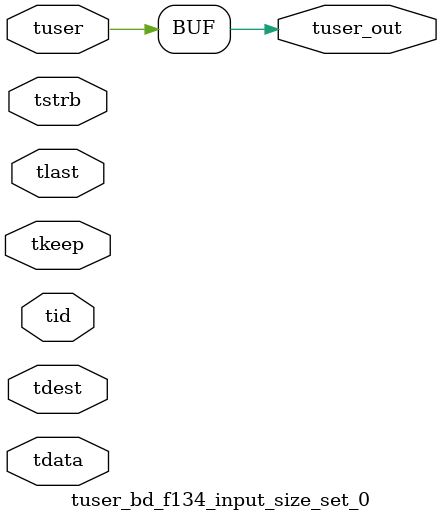
<source format=v>


`timescale 1ps/1ps

module tuser_bd_f134_input_size_set_0 #
(
parameter C_S_AXIS_TUSER_WIDTH = 1,
parameter C_S_AXIS_TDATA_WIDTH = 32,
parameter C_S_AXIS_TID_WIDTH   = 0,
parameter C_S_AXIS_TDEST_WIDTH = 0,
parameter C_M_AXIS_TUSER_WIDTH = 1
)
(
input  [(C_S_AXIS_TUSER_WIDTH == 0 ? 1 : C_S_AXIS_TUSER_WIDTH)-1:0     ] tuser,
input  [(C_S_AXIS_TDATA_WIDTH == 0 ? 1 : C_S_AXIS_TDATA_WIDTH)-1:0     ] tdata,
input  [(C_S_AXIS_TID_WIDTH   == 0 ? 1 : C_S_AXIS_TID_WIDTH)-1:0       ] tid,
input  [(C_S_AXIS_TDEST_WIDTH == 0 ? 1 : C_S_AXIS_TDEST_WIDTH)-1:0     ] tdest,
input  [(C_S_AXIS_TDATA_WIDTH/8)-1:0 ] tkeep,
input  [(C_S_AXIS_TDATA_WIDTH/8)-1:0 ] tstrb,
input                                                                    tlast,
output [C_M_AXIS_TUSER_WIDTH-1:0] tuser_out
);

assign tuser_out = {tuser[0:0]};

endmodule


</source>
